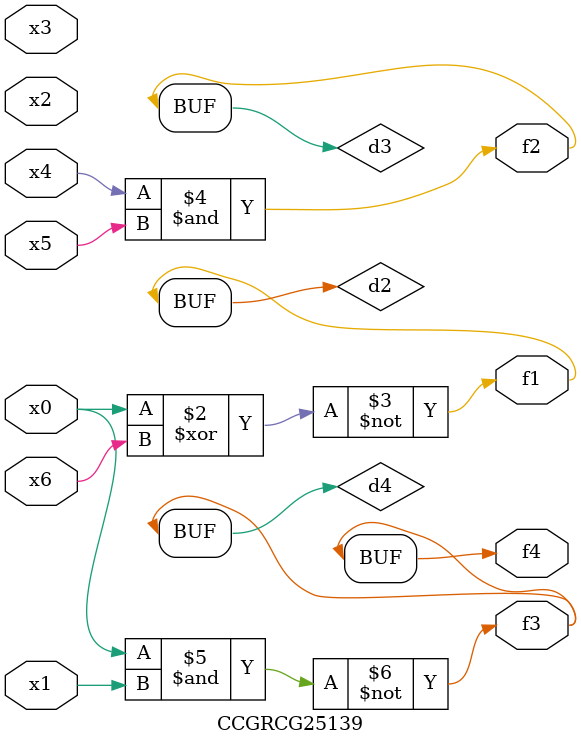
<source format=v>
module CCGRCG25139(
	input x0, x1, x2, x3, x4, x5, x6,
	output f1, f2, f3, f4
);

	wire d1, d2, d3, d4;

	nor (d1, x0);
	xnor (d2, x0, x6);
	and (d3, x4, x5);
	nand (d4, x0, x1);
	assign f1 = d2;
	assign f2 = d3;
	assign f3 = d4;
	assign f4 = d4;
endmodule

</source>
